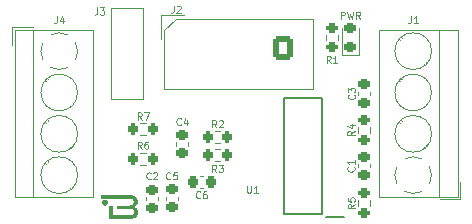
<source format=gto>
G04 #@! TF.GenerationSoftware,KiCad,Pcbnew,8.0.0*
G04 #@! TF.CreationDate,2024-05-22T11:22:58+03:00*
G04 #@! TF.ProjectId,B-NAU7802-BRK-01MBR-R01,422d4e41-5537-4383-9032-2d42524b2d30,rev?*
G04 #@! TF.SameCoordinates,Original*
G04 #@! TF.FileFunction,Legend,Top*
G04 #@! TF.FilePolarity,Positive*
%FSLAX46Y46*%
G04 Gerber Fmt 4.6, Leading zero omitted, Abs format (unit mm)*
G04 Created by KiCad (PCBNEW 8.0.0) date 2024-05-22 11:22:58*
%MOMM*%
%LPD*%
G01*
G04 APERTURE LIST*
G04 Aperture macros list*
%AMRoundRect*
0 Rectangle with rounded corners*
0 $1 Rounding radius*
0 $2 $3 $4 $5 $6 $7 $8 $9 X,Y pos of 4 corners*
0 Add a 4 corners polygon primitive as box body*
4,1,4,$2,$3,$4,$5,$6,$7,$8,$9,$2,$3,0*
0 Add four circle primitives for the rounded corners*
1,1,$1+$1,$2,$3*
1,1,$1+$1,$4,$5*
1,1,$1+$1,$6,$7*
1,1,$1+$1,$8,$9*
0 Add four rect primitives between the rounded corners*
20,1,$1+$1,$2,$3,$4,$5,0*
20,1,$1+$1,$4,$5,$6,$7,0*
20,1,$1+$1,$6,$7,$8,$9,0*
20,1,$1+$1,$8,$9,$2,$3,0*%
G04 Aperture macros list end*
%ADD10C,0.000000*%
%ADD11C,0.100000*%
%ADD12C,0.120000*%
%ADD13C,0.200000*%
%ADD14R,2.300000X2.300000*%
%ADD15C,2.300000*%
%ADD16RoundRect,0.225000X0.225000X0.250000X-0.225000X0.250000X-0.225000X-0.250000X0.225000X-0.250000X0*%
%ADD17RoundRect,0.200000X-0.200000X-0.275000X0.200000X-0.275000X0.200000X0.275000X-0.200000X0.275000X0*%
%ADD18RoundRect,0.225000X-0.250000X0.225000X-0.250000X-0.225000X0.250000X-0.225000X0.250000X0.225000X0*%
%ADD19R,1.525000X0.700000*%
%ADD20RoundRect,0.225000X0.250000X-0.225000X0.250000X0.225000X-0.250000X0.225000X-0.250000X-0.225000X0*%
%ADD21RoundRect,0.218750X0.256250X-0.218750X0.256250X0.218750X-0.256250X0.218750X-0.256250X-0.218750X0*%
%ADD22RoundRect,0.200000X-0.275000X0.200000X-0.275000X-0.200000X0.275000X-0.200000X0.275000X0.200000X0*%
%ADD23RoundRect,0.200000X0.275000X-0.200000X0.275000X0.200000X-0.275000X0.200000X-0.275000X-0.200000X0*%
%ADD24C,1.700000*%
%ADD25O,1.700000X1.700000*%
%ADD26O,1.700000X1.950000*%
%ADD27RoundRect,0.250000X-0.600000X-0.725000X0.600000X-0.725000X0.600000X0.725000X-0.600000X0.725000X0*%
G04 APERTURE END LIST*
D10*
G36*
X166931818Y-80280894D02*
G01*
X166944288Y-80281842D01*
X166956575Y-80283404D01*
X166968667Y-80285563D01*
X166980546Y-80288305D01*
X166992197Y-80291613D01*
X167003606Y-80295473D01*
X167014756Y-80299870D01*
X167025632Y-80304787D01*
X167036219Y-80310209D01*
X167046501Y-80316121D01*
X167056463Y-80322508D01*
X167066090Y-80329353D01*
X167075365Y-80336642D01*
X167084274Y-80344360D01*
X167092801Y-80352489D01*
X167100931Y-80361017D01*
X167108649Y-80369926D01*
X167115938Y-80379201D01*
X167122783Y-80388828D01*
X167129170Y-80398790D01*
X167135082Y-80409072D01*
X167140504Y-80419659D01*
X167145421Y-80430535D01*
X167149818Y-80441685D01*
X167153678Y-80453094D01*
X167156986Y-80464745D01*
X167159728Y-80476624D01*
X167161887Y-80488716D01*
X167163449Y-80501003D01*
X167164397Y-80513473D01*
X167164716Y-80526108D01*
X167164397Y-80538743D01*
X167163449Y-80551212D01*
X167161887Y-80563500D01*
X167159728Y-80575591D01*
X167156986Y-80587470D01*
X167153678Y-80599122D01*
X167149818Y-80610530D01*
X167145421Y-80621680D01*
X167140504Y-80632557D01*
X167135082Y-80643144D01*
X167129170Y-80653426D01*
X167122783Y-80663388D01*
X167115938Y-80673014D01*
X167108649Y-80682290D01*
X167100931Y-80691199D01*
X167092801Y-80699726D01*
X167084274Y-80707856D01*
X167075365Y-80715573D01*
X167066090Y-80722862D01*
X167056463Y-80729708D01*
X167046501Y-80736094D01*
X167036219Y-80742007D01*
X167025632Y-80747429D01*
X167014756Y-80752346D01*
X167003606Y-80756742D01*
X166992197Y-80760602D01*
X166980546Y-80763911D01*
X166968667Y-80766653D01*
X166956575Y-80768812D01*
X166944288Y-80770373D01*
X166931818Y-80771322D01*
X166919183Y-80771641D01*
X166906548Y-80771322D01*
X166894079Y-80770373D01*
X166881791Y-80768812D01*
X166869700Y-80766653D01*
X166857821Y-80763911D01*
X166846169Y-80760602D01*
X166834761Y-80756742D01*
X166823611Y-80752346D01*
X166812734Y-80747429D01*
X166802147Y-80742007D01*
X166791865Y-80736094D01*
X166781903Y-80729708D01*
X166772277Y-80722862D01*
X166763001Y-80715573D01*
X166754092Y-80707856D01*
X166745565Y-80699726D01*
X166737435Y-80691199D01*
X166729718Y-80682290D01*
X166722429Y-80673014D01*
X166715583Y-80663388D01*
X166709197Y-80653426D01*
X166703284Y-80643144D01*
X166697862Y-80632557D01*
X166692945Y-80621680D01*
X166688549Y-80610530D01*
X166684689Y-80599122D01*
X166681380Y-80587470D01*
X166678638Y-80575591D01*
X166676479Y-80563500D01*
X166674918Y-80551212D01*
X166673969Y-80538743D01*
X166673650Y-80526108D01*
X166673969Y-80513473D01*
X166674918Y-80501003D01*
X166676479Y-80488716D01*
X166678638Y-80476624D01*
X166681380Y-80464745D01*
X166684689Y-80453094D01*
X166688549Y-80441685D01*
X166692945Y-80430535D01*
X166697862Y-80419659D01*
X166703284Y-80409072D01*
X166709197Y-80398790D01*
X166715583Y-80388828D01*
X166722429Y-80379201D01*
X166729718Y-80369926D01*
X166737435Y-80361017D01*
X166745565Y-80352489D01*
X166754092Y-80344360D01*
X166763001Y-80336642D01*
X166772277Y-80329353D01*
X166781903Y-80322508D01*
X166791865Y-80316121D01*
X166802147Y-80310209D01*
X166812734Y-80304787D01*
X166823611Y-80299870D01*
X166834761Y-80295473D01*
X166846169Y-80291613D01*
X166857821Y-80288305D01*
X166869700Y-80285563D01*
X166881791Y-80283404D01*
X166894079Y-80281842D01*
X166906548Y-80280894D01*
X166919183Y-80280574D01*
X166931818Y-80280894D01*
G37*
G36*
X169107227Y-79894843D02*
G01*
X169178801Y-79899819D01*
X169246224Y-79908335D01*
X169309379Y-79920576D01*
X169368150Y-79936723D01*
X169395855Y-79946319D01*
X169422420Y-79956960D01*
X169447831Y-79968670D01*
X169472074Y-79981470D01*
X169495133Y-79995384D01*
X169516994Y-80010435D01*
X169537643Y-80026646D01*
X169557066Y-80044039D01*
X169575246Y-80062637D01*
X169592171Y-80082464D01*
X169607826Y-80103541D01*
X169622195Y-80125893D01*
X169635265Y-80149542D01*
X169647020Y-80174510D01*
X169657448Y-80200821D01*
X169666532Y-80228497D01*
X169674258Y-80257561D01*
X169680612Y-80288037D01*
X169685580Y-80319946D01*
X169689146Y-80353313D01*
X169691296Y-80388159D01*
X169692016Y-80424508D01*
X169691601Y-80448272D01*
X169690369Y-80471348D01*
X169688341Y-80493744D01*
X169685536Y-80515465D01*
X169681976Y-80536518D01*
X169677680Y-80556911D01*
X169672669Y-80576651D01*
X169666963Y-80595743D01*
X169660584Y-80614195D01*
X169653550Y-80632013D01*
X169645882Y-80649205D01*
X169637601Y-80665777D01*
X169628727Y-80681736D01*
X169619280Y-80697088D01*
X169598751Y-80726001D01*
X169576174Y-80752569D01*
X169551715Y-80776848D01*
X169525534Y-80798892D01*
X169497796Y-80818754D01*
X169468662Y-80836489D01*
X169438295Y-80852151D01*
X169406859Y-80865795D01*
X169374516Y-80877475D01*
X169391945Y-80881472D01*
X169409095Y-80886121D01*
X169425948Y-80891424D01*
X169442487Y-80897383D01*
X169458694Y-80903997D01*
X169474550Y-80911270D01*
X169490037Y-80919202D01*
X169505138Y-80927795D01*
X169519834Y-80937050D01*
X169534107Y-80946968D01*
X169547940Y-80957551D01*
X169561314Y-80968799D01*
X169574211Y-80980716D01*
X169586614Y-80993300D01*
X169598504Y-81006556D01*
X169609863Y-81020482D01*
X169620673Y-81035081D01*
X169630917Y-81050355D01*
X169640575Y-81066304D01*
X169649631Y-81082930D01*
X169658066Y-81100234D01*
X169665862Y-81118218D01*
X169673001Y-81136883D01*
X169679465Y-81156230D01*
X169685236Y-81176261D01*
X169690296Y-81196976D01*
X169694627Y-81218379D01*
X169698211Y-81240469D01*
X169701030Y-81263248D01*
X169703066Y-81286717D01*
X169704300Y-81310879D01*
X169704716Y-81335733D01*
X169704022Y-81370418D01*
X169701945Y-81403836D01*
X169698490Y-81435999D01*
X169693661Y-81466917D01*
X169687466Y-81496601D01*
X169679908Y-81525061D01*
X169670994Y-81552309D01*
X169660729Y-81578356D01*
X169649118Y-81603212D01*
X169636167Y-81626889D01*
X169621881Y-81649396D01*
X169606266Y-81670745D01*
X169589327Y-81690947D01*
X169571069Y-81710013D01*
X169551499Y-81727954D01*
X169530620Y-81744779D01*
X169508440Y-81760501D01*
X169484962Y-81775130D01*
X169460193Y-81788676D01*
X169434138Y-81801152D01*
X169406803Y-81812567D01*
X169378192Y-81822932D01*
X169348312Y-81832259D01*
X169317168Y-81840558D01*
X169284764Y-81847840D01*
X169251108Y-81854116D01*
X169216203Y-81859397D01*
X169180056Y-81863693D01*
X169104055Y-81869375D01*
X169023149Y-81871250D01*
X167261025Y-81871250D01*
X167262083Y-81871249D01*
X167262083Y-80760000D01*
X167606041Y-80760000D01*
X167606041Y-81600316D01*
X169009392Y-81600316D01*
X169051592Y-81599266D01*
X169091262Y-81596085D01*
X169128373Y-81590723D01*
X169162899Y-81583135D01*
X169179186Y-81578490D01*
X169194816Y-81573270D01*
X169209786Y-81567469D01*
X169224095Y-81561081D01*
X169237737Y-81554100D01*
X169250710Y-81546521D01*
X169263011Y-81538336D01*
X169274636Y-81529540D01*
X169285582Y-81520127D01*
X169295846Y-81510091D01*
X169305424Y-81499426D01*
X169314313Y-81488127D01*
X169322510Y-81476186D01*
X169330012Y-81463598D01*
X169336815Y-81450356D01*
X169342915Y-81436456D01*
X169348311Y-81421891D01*
X169352997Y-81406655D01*
X169356972Y-81390741D01*
X169360231Y-81374145D01*
X169362772Y-81356859D01*
X169364591Y-81338879D01*
X169365685Y-81320197D01*
X169366050Y-81300808D01*
X169365737Y-81281480D01*
X169364798Y-81262975D01*
X169363232Y-81245280D01*
X169361041Y-81228380D01*
X169358225Y-81212263D01*
X169354783Y-81196914D01*
X169350716Y-81182320D01*
X169346024Y-81168467D01*
X169340708Y-81155340D01*
X169334766Y-81142928D01*
X169328201Y-81131214D01*
X169321011Y-81120187D01*
X169313197Y-81109831D01*
X169304759Y-81100134D01*
X169295698Y-81091081D01*
X169286013Y-81082659D01*
X169275706Y-81074854D01*
X169264775Y-81067652D01*
X169253221Y-81061040D01*
X169241045Y-81055004D01*
X169228246Y-81049529D01*
X169214825Y-81044603D01*
X169200782Y-81040211D01*
X169186117Y-81036340D01*
X169170830Y-81032976D01*
X169154922Y-81030105D01*
X169121242Y-81025788D01*
X169085079Y-81023278D01*
X169046433Y-81022466D01*
X167950000Y-81022466D01*
X167950000Y-80760000D01*
X168980816Y-80760000D01*
X169021764Y-80758923D01*
X169060801Y-80755653D01*
X169097825Y-80750128D01*
X169132737Y-80742289D01*
X169149368Y-80737483D01*
X169165434Y-80732075D01*
X169180921Y-80726058D01*
X169195817Y-80719425D01*
X169210109Y-80712168D01*
X169223785Y-80704280D01*
X169236831Y-80695752D01*
X169249236Y-80686578D01*
X169260987Y-80676749D01*
X169272071Y-80666259D01*
X169282475Y-80655099D01*
X169292187Y-80643262D01*
X169301195Y-80630741D01*
X169309486Y-80617528D01*
X169317047Y-80603616D01*
X169323865Y-80588996D01*
X169329929Y-80573662D01*
X169335224Y-80557605D01*
X169339740Y-80540818D01*
X169343463Y-80523295D01*
X169346380Y-80505026D01*
X169348480Y-80486005D01*
X169349749Y-80466223D01*
X169350175Y-80445675D01*
X169349831Y-80427935D01*
X169348803Y-80410830D01*
X169347095Y-80394355D01*
X169344711Y-80378504D01*
X169341655Y-80363273D01*
X169337931Y-80348657D01*
X169333543Y-80334653D01*
X169328495Y-80321254D01*
X169322792Y-80308457D01*
X169316436Y-80296257D01*
X169309433Y-80284650D01*
X169301787Y-80273629D01*
X169293501Y-80263192D01*
X169284579Y-80253333D01*
X169275027Y-80244047D01*
X169264847Y-80235331D01*
X169254043Y-80227179D01*
X169242621Y-80219586D01*
X169230583Y-80212549D01*
X169217935Y-80206061D01*
X169204679Y-80200120D01*
X169190821Y-80194719D01*
X169176364Y-80189855D01*
X169161312Y-80185523D01*
X169145669Y-80181718D01*
X169129440Y-80178435D01*
X169112628Y-80175670D01*
X169095238Y-80173418D01*
X169058739Y-80170436D01*
X169019975Y-80169450D01*
X166575225Y-80169450D01*
X166575225Y-79893225D01*
X169031617Y-79893225D01*
X169107227Y-79894843D01*
G37*
D11*
X186878646Y-64941371D02*
X186878646Y-64341371D01*
X186878646Y-64341371D02*
X187107217Y-64341371D01*
X187107217Y-64341371D02*
X187164360Y-64369942D01*
X187164360Y-64369942D02*
X187192931Y-64398514D01*
X187192931Y-64398514D02*
X187221503Y-64455657D01*
X187221503Y-64455657D02*
X187221503Y-64541371D01*
X187221503Y-64541371D02*
X187192931Y-64598514D01*
X187192931Y-64598514D02*
X187164360Y-64627085D01*
X187164360Y-64627085D02*
X187107217Y-64655657D01*
X187107217Y-64655657D02*
X186878646Y-64655657D01*
X187421503Y-64341371D02*
X187564360Y-64941371D01*
X187564360Y-64941371D02*
X187678646Y-64512800D01*
X187678646Y-64512800D02*
X187792931Y-64941371D01*
X187792931Y-64941371D02*
X187935789Y-64341371D01*
X188507217Y-64941371D02*
X188307217Y-64655657D01*
X188164360Y-64941371D02*
X188164360Y-64341371D01*
X188164360Y-64341371D02*
X188392931Y-64341371D01*
X188392931Y-64341371D02*
X188450074Y-64369942D01*
X188450074Y-64369942D02*
X188478645Y-64398514D01*
X188478645Y-64398514D02*
X188507217Y-64455657D01*
X188507217Y-64455657D02*
X188507217Y-64541371D01*
X188507217Y-64541371D02*
X188478645Y-64598514D01*
X188478645Y-64598514D02*
X188450074Y-64627085D01*
X188450074Y-64627085D02*
X188392931Y-64655657D01*
X188392931Y-64655657D02*
X188164360Y-64655657D01*
X162839999Y-64712371D02*
X162839999Y-65140942D01*
X162839999Y-65140942D02*
X162811428Y-65226657D01*
X162811428Y-65226657D02*
X162754285Y-65283800D01*
X162754285Y-65283800D02*
X162668571Y-65312371D01*
X162668571Y-65312371D02*
X162611428Y-65312371D01*
X163382857Y-64912371D02*
X163382857Y-65312371D01*
X163239999Y-64683800D02*
X163097142Y-65112371D01*
X163097142Y-65112371D02*
X163468571Y-65112371D01*
X174990000Y-80085228D02*
X174961428Y-80113800D01*
X174961428Y-80113800D02*
X174875714Y-80142371D01*
X174875714Y-80142371D02*
X174818571Y-80142371D01*
X174818571Y-80142371D02*
X174732857Y-80113800D01*
X174732857Y-80113800D02*
X174675714Y-80056657D01*
X174675714Y-80056657D02*
X174647143Y-79999514D01*
X174647143Y-79999514D02*
X174618571Y-79885228D01*
X174618571Y-79885228D02*
X174618571Y-79799514D01*
X174618571Y-79799514D02*
X174647143Y-79685228D01*
X174647143Y-79685228D02*
X174675714Y-79628085D01*
X174675714Y-79628085D02*
X174732857Y-79570942D01*
X174732857Y-79570942D02*
X174818571Y-79542371D01*
X174818571Y-79542371D02*
X174875714Y-79542371D01*
X174875714Y-79542371D02*
X174961428Y-79570942D01*
X174961428Y-79570942D02*
X174990000Y-79599514D01*
X175504286Y-79542371D02*
X175390000Y-79542371D01*
X175390000Y-79542371D02*
X175332857Y-79570942D01*
X175332857Y-79570942D02*
X175304286Y-79599514D01*
X175304286Y-79599514D02*
X175247143Y-79685228D01*
X175247143Y-79685228D02*
X175218571Y-79799514D01*
X175218571Y-79799514D02*
X175218571Y-80028085D01*
X175218571Y-80028085D02*
X175247143Y-80085228D01*
X175247143Y-80085228D02*
X175275714Y-80113800D01*
X175275714Y-80113800D02*
X175332857Y-80142371D01*
X175332857Y-80142371D02*
X175447143Y-80142371D01*
X175447143Y-80142371D02*
X175504286Y-80113800D01*
X175504286Y-80113800D02*
X175532857Y-80085228D01*
X175532857Y-80085228D02*
X175561428Y-80028085D01*
X175561428Y-80028085D02*
X175561428Y-79885228D01*
X175561428Y-79885228D02*
X175532857Y-79828085D01*
X175532857Y-79828085D02*
X175504286Y-79799514D01*
X175504286Y-79799514D02*
X175447143Y-79770942D01*
X175447143Y-79770942D02*
X175332857Y-79770942D01*
X175332857Y-79770942D02*
X175275714Y-79799514D01*
X175275714Y-79799514D02*
X175247143Y-79828085D01*
X175247143Y-79828085D02*
X175218571Y-79885228D01*
X176330001Y-74142370D02*
X176130001Y-73856656D01*
X175987144Y-74142370D02*
X175987144Y-73542370D01*
X175987144Y-73542370D02*
X176215715Y-73542370D01*
X176215715Y-73542370D02*
X176272858Y-73570941D01*
X176272858Y-73570941D02*
X176301429Y-73599513D01*
X176301429Y-73599513D02*
X176330001Y-73656656D01*
X176330001Y-73656656D02*
X176330001Y-73742370D01*
X176330001Y-73742370D02*
X176301429Y-73799513D01*
X176301429Y-73799513D02*
X176272858Y-73828084D01*
X176272858Y-73828084D02*
X176215715Y-73856656D01*
X176215715Y-73856656D02*
X175987144Y-73856656D01*
X176558572Y-73599513D02*
X176587144Y-73570941D01*
X176587144Y-73570941D02*
X176644287Y-73542370D01*
X176644287Y-73542370D02*
X176787144Y-73542370D01*
X176787144Y-73542370D02*
X176844287Y-73570941D01*
X176844287Y-73570941D02*
X176872858Y-73599513D01*
X176872858Y-73599513D02*
X176901429Y-73656656D01*
X176901429Y-73656656D02*
X176901429Y-73713799D01*
X176901429Y-73713799D02*
X176872858Y-73799513D01*
X176872858Y-73799513D02*
X176530001Y-74142370D01*
X176530001Y-74142370D02*
X176901429Y-74142370D01*
X170790000Y-78495228D02*
X170761428Y-78523800D01*
X170761428Y-78523800D02*
X170675714Y-78552371D01*
X170675714Y-78552371D02*
X170618571Y-78552371D01*
X170618571Y-78552371D02*
X170532857Y-78523800D01*
X170532857Y-78523800D02*
X170475714Y-78466657D01*
X170475714Y-78466657D02*
X170447143Y-78409514D01*
X170447143Y-78409514D02*
X170418571Y-78295228D01*
X170418571Y-78295228D02*
X170418571Y-78209514D01*
X170418571Y-78209514D02*
X170447143Y-78095228D01*
X170447143Y-78095228D02*
X170475714Y-78038085D01*
X170475714Y-78038085D02*
X170532857Y-77980942D01*
X170532857Y-77980942D02*
X170618571Y-77952371D01*
X170618571Y-77952371D02*
X170675714Y-77952371D01*
X170675714Y-77952371D02*
X170761428Y-77980942D01*
X170761428Y-77980942D02*
X170790000Y-78009514D01*
X171018571Y-78009514D02*
X171047143Y-77980942D01*
X171047143Y-77980942D02*
X171104286Y-77952371D01*
X171104286Y-77952371D02*
X171247143Y-77952371D01*
X171247143Y-77952371D02*
X171304286Y-77980942D01*
X171304286Y-77980942D02*
X171332857Y-78009514D01*
X171332857Y-78009514D02*
X171361428Y-78066657D01*
X171361428Y-78066657D02*
X171361428Y-78123800D01*
X171361428Y-78123800D02*
X171332857Y-78209514D01*
X171332857Y-78209514D02*
X170990000Y-78552371D01*
X170990000Y-78552371D02*
X171361428Y-78552371D01*
X178932857Y-79082371D02*
X178932857Y-79568085D01*
X178932857Y-79568085D02*
X178961428Y-79625228D01*
X178961428Y-79625228D02*
X178990000Y-79653800D01*
X178990000Y-79653800D02*
X179047142Y-79682371D01*
X179047142Y-79682371D02*
X179161428Y-79682371D01*
X179161428Y-79682371D02*
X179218571Y-79653800D01*
X179218571Y-79653800D02*
X179247142Y-79625228D01*
X179247142Y-79625228D02*
X179275714Y-79568085D01*
X179275714Y-79568085D02*
X179275714Y-79082371D01*
X179875713Y-79682371D02*
X179532856Y-79682371D01*
X179704285Y-79682371D02*
X179704285Y-79082371D01*
X179704285Y-79082371D02*
X179647142Y-79168085D01*
X179647142Y-79168085D02*
X179589999Y-79225228D01*
X179589999Y-79225228D02*
X179532856Y-79253800D01*
X170020000Y-73482371D02*
X169820000Y-73196657D01*
X169677143Y-73482371D02*
X169677143Y-72882371D01*
X169677143Y-72882371D02*
X169905714Y-72882371D01*
X169905714Y-72882371D02*
X169962857Y-72910942D01*
X169962857Y-72910942D02*
X169991428Y-72939514D01*
X169991428Y-72939514D02*
X170020000Y-72996657D01*
X170020000Y-72996657D02*
X170020000Y-73082371D01*
X170020000Y-73082371D02*
X169991428Y-73139514D01*
X169991428Y-73139514D02*
X169962857Y-73168085D01*
X169962857Y-73168085D02*
X169905714Y-73196657D01*
X169905714Y-73196657D02*
X169677143Y-73196657D01*
X170220000Y-72882371D02*
X170620000Y-72882371D01*
X170620000Y-72882371D02*
X170362857Y-73482371D01*
X188025228Y-71369999D02*
X188053800Y-71398571D01*
X188053800Y-71398571D02*
X188082371Y-71484285D01*
X188082371Y-71484285D02*
X188082371Y-71541428D01*
X188082371Y-71541428D02*
X188053800Y-71627142D01*
X188053800Y-71627142D02*
X187996657Y-71684285D01*
X187996657Y-71684285D02*
X187939514Y-71712856D01*
X187939514Y-71712856D02*
X187825228Y-71741428D01*
X187825228Y-71741428D02*
X187739514Y-71741428D01*
X187739514Y-71741428D02*
X187625228Y-71712856D01*
X187625228Y-71712856D02*
X187568085Y-71684285D01*
X187568085Y-71684285D02*
X187510942Y-71627142D01*
X187510942Y-71627142D02*
X187482371Y-71541428D01*
X187482371Y-71541428D02*
X187482371Y-71484285D01*
X187482371Y-71484285D02*
X187510942Y-71398571D01*
X187510942Y-71398571D02*
X187539514Y-71369999D01*
X187482371Y-71169999D02*
X187482371Y-70798571D01*
X187482371Y-70798571D02*
X187710942Y-70998571D01*
X187710942Y-70998571D02*
X187710942Y-70912856D01*
X187710942Y-70912856D02*
X187739514Y-70855714D01*
X187739514Y-70855714D02*
X187768085Y-70827142D01*
X187768085Y-70827142D02*
X187825228Y-70798571D01*
X187825228Y-70798571D02*
X187968085Y-70798571D01*
X187968085Y-70798571D02*
X188025228Y-70827142D01*
X188025228Y-70827142D02*
X188053800Y-70855714D01*
X188053800Y-70855714D02*
X188082371Y-70912856D01*
X188082371Y-70912856D02*
X188082371Y-71084285D01*
X188082371Y-71084285D02*
X188053800Y-71141428D01*
X188053800Y-71141428D02*
X188025228Y-71169999D01*
X192819999Y-64692371D02*
X192819999Y-65120942D01*
X192819999Y-65120942D02*
X192791428Y-65206657D01*
X192791428Y-65206657D02*
X192734285Y-65263800D01*
X192734285Y-65263800D02*
X192648571Y-65292371D01*
X192648571Y-65292371D02*
X192591428Y-65292371D01*
X193419999Y-65292371D02*
X193077142Y-65292371D01*
X193248571Y-65292371D02*
X193248571Y-64692371D01*
X193248571Y-64692371D02*
X193191428Y-64778085D01*
X193191428Y-64778085D02*
X193134285Y-64835228D01*
X193134285Y-64835228D02*
X193077142Y-64863800D01*
X186020000Y-68702371D02*
X185820000Y-68416657D01*
X185677143Y-68702371D02*
X185677143Y-68102371D01*
X185677143Y-68102371D02*
X185905714Y-68102371D01*
X185905714Y-68102371D02*
X185962857Y-68130942D01*
X185962857Y-68130942D02*
X185991428Y-68159514D01*
X185991428Y-68159514D02*
X186020000Y-68216657D01*
X186020000Y-68216657D02*
X186020000Y-68302371D01*
X186020000Y-68302371D02*
X185991428Y-68359514D01*
X185991428Y-68359514D02*
X185962857Y-68388085D01*
X185962857Y-68388085D02*
X185905714Y-68416657D01*
X185905714Y-68416657D02*
X185677143Y-68416657D01*
X186591428Y-68702371D02*
X186248571Y-68702371D01*
X186420000Y-68702371D02*
X186420000Y-68102371D01*
X186420000Y-68102371D02*
X186362857Y-68188085D01*
X186362857Y-68188085D02*
X186305714Y-68245228D01*
X186305714Y-68245228D02*
X186248571Y-68273800D01*
X187985228Y-77509999D02*
X188013800Y-77538571D01*
X188013800Y-77538571D02*
X188042371Y-77624285D01*
X188042371Y-77624285D02*
X188042371Y-77681428D01*
X188042371Y-77681428D02*
X188013800Y-77767142D01*
X188013800Y-77767142D02*
X187956657Y-77824285D01*
X187956657Y-77824285D02*
X187899514Y-77852856D01*
X187899514Y-77852856D02*
X187785228Y-77881428D01*
X187785228Y-77881428D02*
X187699514Y-77881428D01*
X187699514Y-77881428D02*
X187585228Y-77852856D01*
X187585228Y-77852856D02*
X187528085Y-77824285D01*
X187528085Y-77824285D02*
X187470942Y-77767142D01*
X187470942Y-77767142D02*
X187442371Y-77681428D01*
X187442371Y-77681428D02*
X187442371Y-77624285D01*
X187442371Y-77624285D02*
X187470942Y-77538571D01*
X187470942Y-77538571D02*
X187499514Y-77509999D01*
X188042371Y-76938571D02*
X188042371Y-77281428D01*
X188042371Y-77109999D02*
X187442371Y-77109999D01*
X187442371Y-77109999D02*
X187528085Y-77167142D01*
X187528085Y-77167142D02*
X187585228Y-77224285D01*
X187585228Y-77224285D02*
X187613800Y-77281428D01*
X188062371Y-80649999D02*
X187776657Y-80849999D01*
X188062371Y-80992856D02*
X187462371Y-80992856D01*
X187462371Y-80992856D02*
X187462371Y-80764285D01*
X187462371Y-80764285D02*
X187490942Y-80707142D01*
X187490942Y-80707142D02*
X187519514Y-80678571D01*
X187519514Y-80678571D02*
X187576657Y-80649999D01*
X187576657Y-80649999D02*
X187662371Y-80649999D01*
X187662371Y-80649999D02*
X187719514Y-80678571D01*
X187719514Y-80678571D02*
X187748085Y-80707142D01*
X187748085Y-80707142D02*
X187776657Y-80764285D01*
X187776657Y-80764285D02*
X187776657Y-80992856D01*
X187462371Y-80107142D02*
X187462371Y-80392856D01*
X187462371Y-80392856D02*
X187748085Y-80421428D01*
X187748085Y-80421428D02*
X187719514Y-80392856D01*
X187719514Y-80392856D02*
X187690942Y-80335714D01*
X187690942Y-80335714D02*
X187690942Y-80192856D01*
X187690942Y-80192856D02*
X187719514Y-80135714D01*
X187719514Y-80135714D02*
X187748085Y-80107142D01*
X187748085Y-80107142D02*
X187805228Y-80078571D01*
X187805228Y-80078571D02*
X187948085Y-80078571D01*
X187948085Y-80078571D02*
X188005228Y-80107142D01*
X188005228Y-80107142D02*
X188033800Y-80135714D01*
X188033800Y-80135714D02*
X188062371Y-80192856D01*
X188062371Y-80192856D02*
X188062371Y-80335714D01*
X188062371Y-80335714D02*
X188033800Y-80392856D01*
X188033800Y-80392856D02*
X188005228Y-80421428D01*
X176330001Y-77932370D02*
X176130001Y-77646656D01*
X175987144Y-77932370D02*
X175987144Y-77332370D01*
X175987144Y-77332370D02*
X176215715Y-77332370D01*
X176215715Y-77332370D02*
X176272858Y-77360941D01*
X176272858Y-77360941D02*
X176301429Y-77389513D01*
X176301429Y-77389513D02*
X176330001Y-77446656D01*
X176330001Y-77446656D02*
X176330001Y-77532370D01*
X176330001Y-77532370D02*
X176301429Y-77589513D01*
X176301429Y-77589513D02*
X176272858Y-77618084D01*
X176272858Y-77618084D02*
X176215715Y-77646656D01*
X176215715Y-77646656D02*
X175987144Y-77646656D01*
X176530001Y-77332370D02*
X176901429Y-77332370D01*
X176901429Y-77332370D02*
X176701429Y-77560941D01*
X176701429Y-77560941D02*
X176787144Y-77560941D01*
X176787144Y-77560941D02*
X176844287Y-77589513D01*
X176844287Y-77589513D02*
X176872858Y-77618084D01*
X176872858Y-77618084D02*
X176901429Y-77675227D01*
X176901429Y-77675227D02*
X176901429Y-77818084D01*
X176901429Y-77818084D02*
X176872858Y-77875227D01*
X176872858Y-77875227D02*
X176844287Y-77903799D01*
X176844287Y-77903799D02*
X176787144Y-77932370D01*
X176787144Y-77932370D02*
X176615715Y-77932370D01*
X176615715Y-77932370D02*
X176558572Y-77903799D01*
X176558572Y-77903799D02*
X176530001Y-77875227D01*
X172460000Y-78495228D02*
X172431428Y-78523800D01*
X172431428Y-78523800D02*
X172345714Y-78552371D01*
X172345714Y-78552371D02*
X172288571Y-78552371D01*
X172288571Y-78552371D02*
X172202857Y-78523800D01*
X172202857Y-78523800D02*
X172145714Y-78466657D01*
X172145714Y-78466657D02*
X172117143Y-78409514D01*
X172117143Y-78409514D02*
X172088571Y-78295228D01*
X172088571Y-78295228D02*
X172088571Y-78209514D01*
X172088571Y-78209514D02*
X172117143Y-78095228D01*
X172117143Y-78095228D02*
X172145714Y-78038085D01*
X172145714Y-78038085D02*
X172202857Y-77980942D01*
X172202857Y-77980942D02*
X172288571Y-77952371D01*
X172288571Y-77952371D02*
X172345714Y-77952371D01*
X172345714Y-77952371D02*
X172431428Y-77980942D01*
X172431428Y-77980942D02*
X172460000Y-78009514D01*
X173002857Y-77952371D02*
X172717143Y-77952371D01*
X172717143Y-77952371D02*
X172688571Y-78238085D01*
X172688571Y-78238085D02*
X172717143Y-78209514D01*
X172717143Y-78209514D02*
X172774286Y-78180942D01*
X172774286Y-78180942D02*
X172917143Y-78180942D01*
X172917143Y-78180942D02*
X172974286Y-78209514D01*
X172974286Y-78209514D02*
X173002857Y-78238085D01*
X173002857Y-78238085D02*
X173031428Y-78295228D01*
X173031428Y-78295228D02*
X173031428Y-78438085D01*
X173031428Y-78438085D02*
X173002857Y-78495228D01*
X173002857Y-78495228D02*
X172974286Y-78523800D01*
X172974286Y-78523800D02*
X172917143Y-78552371D01*
X172917143Y-78552371D02*
X172774286Y-78552371D01*
X172774286Y-78552371D02*
X172717143Y-78523800D01*
X172717143Y-78523800D02*
X172688571Y-78495228D01*
X166259999Y-63992371D02*
X166259999Y-64420942D01*
X166259999Y-64420942D02*
X166231428Y-64506657D01*
X166231428Y-64506657D02*
X166174285Y-64563800D01*
X166174285Y-64563800D02*
X166088571Y-64592371D01*
X166088571Y-64592371D02*
X166031428Y-64592371D01*
X166488571Y-63992371D02*
X166859999Y-63992371D01*
X166859999Y-63992371D02*
X166659999Y-64220942D01*
X166659999Y-64220942D02*
X166745714Y-64220942D01*
X166745714Y-64220942D02*
X166802857Y-64249514D01*
X166802857Y-64249514D02*
X166831428Y-64278085D01*
X166831428Y-64278085D02*
X166859999Y-64335228D01*
X166859999Y-64335228D02*
X166859999Y-64478085D01*
X166859999Y-64478085D02*
X166831428Y-64535228D01*
X166831428Y-64535228D02*
X166802857Y-64563800D01*
X166802857Y-64563800D02*
X166745714Y-64592371D01*
X166745714Y-64592371D02*
X166574285Y-64592371D01*
X166574285Y-64592371D02*
X166517142Y-64563800D01*
X166517142Y-64563800D02*
X166488571Y-64535228D01*
X172729999Y-63837371D02*
X172729999Y-64265942D01*
X172729999Y-64265942D02*
X172701428Y-64351657D01*
X172701428Y-64351657D02*
X172644285Y-64408800D01*
X172644285Y-64408800D02*
X172558571Y-64437371D01*
X172558571Y-64437371D02*
X172501428Y-64437371D01*
X172987142Y-63894514D02*
X173015714Y-63865942D01*
X173015714Y-63865942D02*
X173072857Y-63837371D01*
X173072857Y-63837371D02*
X173215714Y-63837371D01*
X173215714Y-63837371D02*
X173272857Y-63865942D01*
X173272857Y-63865942D02*
X173301428Y-63894514D01*
X173301428Y-63894514D02*
X173329999Y-63951657D01*
X173329999Y-63951657D02*
X173329999Y-64008800D01*
X173329999Y-64008800D02*
X173301428Y-64094514D01*
X173301428Y-64094514D02*
X172958571Y-64437371D01*
X172958571Y-64437371D02*
X173329999Y-64437371D01*
X188042371Y-74439999D02*
X187756657Y-74639999D01*
X188042371Y-74782856D02*
X187442371Y-74782856D01*
X187442371Y-74782856D02*
X187442371Y-74554285D01*
X187442371Y-74554285D02*
X187470942Y-74497142D01*
X187470942Y-74497142D02*
X187499514Y-74468571D01*
X187499514Y-74468571D02*
X187556657Y-74439999D01*
X187556657Y-74439999D02*
X187642371Y-74439999D01*
X187642371Y-74439999D02*
X187699514Y-74468571D01*
X187699514Y-74468571D02*
X187728085Y-74497142D01*
X187728085Y-74497142D02*
X187756657Y-74554285D01*
X187756657Y-74554285D02*
X187756657Y-74782856D01*
X187642371Y-73925714D02*
X188042371Y-73925714D01*
X187413800Y-74068571D02*
X187842371Y-74211428D01*
X187842371Y-74211428D02*
X187842371Y-73839999D01*
X170015000Y-75952371D02*
X169815000Y-75666657D01*
X169672143Y-75952371D02*
X169672143Y-75352371D01*
X169672143Y-75352371D02*
X169900714Y-75352371D01*
X169900714Y-75352371D02*
X169957857Y-75380942D01*
X169957857Y-75380942D02*
X169986428Y-75409514D01*
X169986428Y-75409514D02*
X170015000Y-75466657D01*
X170015000Y-75466657D02*
X170015000Y-75552371D01*
X170015000Y-75552371D02*
X169986428Y-75609514D01*
X169986428Y-75609514D02*
X169957857Y-75638085D01*
X169957857Y-75638085D02*
X169900714Y-75666657D01*
X169900714Y-75666657D02*
X169672143Y-75666657D01*
X170529286Y-75352371D02*
X170415000Y-75352371D01*
X170415000Y-75352371D02*
X170357857Y-75380942D01*
X170357857Y-75380942D02*
X170329286Y-75409514D01*
X170329286Y-75409514D02*
X170272143Y-75495228D01*
X170272143Y-75495228D02*
X170243571Y-75609514D01*
X170243571Y-75609514D02*
X170243571Y-75838085D01*
X170243571Y-75838085D02*
X170272143Y-75895228D01*
X170272143Y-75895228D02*
X170300714Y-75923800D01*
X170300714Y-75923800D02*
X170357857Y-75952371D01*
X170357857Y-75952371D02*
X170472143Y-75952371D01*
X170472143Y-75952371D02*
X170529286Y-75923800D01*
X170529286Y-75923800D02*
X170557857Y-75895228D01*
X170557857Y-75895228D02*
X170586428Y-75838085D01*
X170586428Y-75838085D02*
X170586428Y-75695228D01*
X170586428Y-75695228D02*
X170557857Y-75638085D01*
X170557857Y-75638085D02*
X170529286Y-75609514D01*
X170529286Y-75609514D02*
X170472143Y-75580942D01*
X170472143Y-75580942D02*
X170357857Y-75580942D01*
X170357857Y-75580942D02*
X170300714Y-75609514D01*
X170300714Y-75609514D02*
X170272143Y-75638085D01*
X170272143Y-75638085D02*
X170243571Y-75695228D01*
X173339999Y-73885228D02*
X173311427Y-73913800D01*
X173311427Y-73913800D02*
X173225713Y-73942371D01*
X173225713Y-73942371D02*
X173168570Y-73942371D01*
X173168570Y-73942371D02*
X173082856Y-73913800D01*
X173082856Y-73913800D02*
X173025713Y-73856657D01*
X173025713Y-73856657D02*
X172997142Y-73799514D01*
X172997142Y-73799514D02*
X172968570Y-73685228D01*
X172968570Y-73685228D02*
X172968570Y-73599514D01*
X172968570Y-73599514D02*
X172997142Y-73485228D01*
X172997142Y-73485228D02*
X173025713Y-73428085D01*
X173025713Y-73428085D02*
X173082856Y-73370942D01*
X173082856Y-73370942D02*
X173168570Y-73342371D01*
X173168570Y-73342371D02*
X173225713Y-73342371D01*
X173225713Y-73342371D02*
X173311427Y-73370942D01*
X173311427Y-73370942D02*
X173339999Y-73399514D01*
X173854285Y-73542371D02*
X173854285Y-73942371D01*
X173711427Y-73313800D02*
X173568570Y-73742371D01*
X173568570Y-73742371D02*
X173939999Y-73742371D01*
D12*
X159040000Y-65640000D02*
X159040000Y-67140000D01*
X159280000Y-65880000D02*
X159280000Y-80000000D01*
X160780000Y-65640000D02*
X159040000Y-65640000D01*
X160840000Y-65880000D02*
X160840000Y-80000000D01*
X161915000Y-70255000D02*
X161860000Y-70201000D01*
X161915000Y-73755000D02*
X161860000Y-73701000D01*
X161915000Y-77255000D02*
X161860000Y-77201000D01*
X162126000Y-70087000D02*
X162050000Y-70011000D01*
X162126000Y-73587000D02*
X162050000Y-73511000D01*
X162126000Y-77087000D02*
X162050000Y-77011000D01*
X164030000Y-72370000D02*
X163954000Y-72294000D01*
X164030000Y-75870000D02*
X163954000Y-75794000D01*
X164030000Y-79370000D02*
X163954000Y-79294000D01*
X164220000Y-72180000D02*
X164166000Y-72126000D01*
X164220000Y-75680000D02*
X164166000Y-75626000D01*
X164220000Y-79180000D02*
X164166000Y-79126000D01*
X165900000Y-65880000D02*
X159280000Y-65880000D01*
X165900000Y-65880000D02*
X165900000Y-80000000D01*
X165900000Y-80000000D02*
X159280000Y-80000000D01*
X161484319Y-67716444D02*
G75*
G02*
X161654001Y-66983000I1555676J26445D01*
G01*
X161654486Y-68395955D02*
G75*
G02*
X161485001Y-67690000I1385522J705957D01*
G01*
X162334267Y-66303356D02*
G75*
G02*
X163746999Y-66304001I705733J-1386644D01*
G01*
X163745733Y-69076645D02*
G75*
G02*
X162333000Y-69076000I-705734J1386646D01*
G01*
X164426644Y-66984267D02*
G75*
G02*
X164425999Y-68396999I-1386644J-705733D01*
G01*
X164595000Y-71190000D02*
G75*
G02*
X161485000Y-71190000I-1555000J0D01*
G01*
X161485000Y-71190000D02*
G75*
G02*
X164595000Y-71190000I1555000J0D01*
G01*
X164595000Y-74690000D02*
G75*
G02*
X161485000Y-74690000I-1555000J0D01*
G01*
X161485000Y-74690000D02*
G75*
G02*
X164595000Y-74690000I1555000J0D01*
G01*
X164595000Y-78190000D02*
G75*
G02*
X161485000Y-78190000I-1555000J0D01*
G01*
X161485000Y-78190000D02*
G75*
G02*
X164595000Y-78190000I1555000J0D01*
G01*
X175245580Y-78270000D02*
X174964420Y-78270000D01*
X175245580Y-79290000D02*
X174964420Y-79290000D01*
X176192742Y-74447500D02*
X176667258Y-74447500D01*
X176192742Y-75492500D02*
X176667258Y-75492500D01*
X170390000Y-80039420D02*
X170390000Y-80320580D01*
X171410000Y-80039420D02*
X171410000Y-80320580D01*
D13*
X182098000Y-71615000D02*
X185298000Y-71615000D01*
X182098000Y-81515000D02*
X182098000Y-71615000D01*
X185298000Y-71615000D02*
X185298000Y-81515000D01*
X185298000Y-81515000D02*
X182098000Y-81515000D01*
X187173000Y-81710000D02*
X185648000Y-81710000D01*
D12*
X169882742Y-73777500D02*
X170357258Y-73777500D01*
X169882742Y-74822500D02*
X170357258Y-74822500D01*
X188350000Y-71405580D02*
X188350000Y-71124420D01*
X189370000Y-71405580D02*
X189370000Y-71124420D01*
X186955000Y-65730000D02*
X186955000Y-68015000D01*
X186955000Y-68015000D02*
X188425000Y-68015000D01*
X188425000Y-68015000D02*
X188425000Y-65730000D01*
X190150000Y-65880000D02*
X196770000Y-65880000D01*
X190150000Y-80000000D02*
X190150000Y-65880000D01*
X190150000Y-80000000D02*
X196770000Y-80000000D01*
X191830000Y-66700000D02*
X191884000Y-66754000D01*
X191830000Y-70200000D02*
X191884000Y-70254000D01*
X191830000Y-73700000D02*
X191884000Y-73754000D01*
X192020000Y-66510000D02*
X192096000Y-66586000D01*
X192020000Y-70010000D02*
X192096000Y-70086000D01*
X192020000Y-73510000D02*
X192096000Y-73586000D01*
X193924000Y-68793000D02*
X194000000Y-68869000D01*
X193924000Y-72293000D02*
X194000000Y-72369000D01*
X193924000Y-75793000D02*
X194000000Y-75869000D01*
X194135000Y-68625000D02*
X194190000Y-68679000D01*
X194135000Y-72125000D02*
X194190000Y-72179000D01*
X194135000Y-75625000D02*
X194190000Y-75679000D01*
X195210000Y-80000000D02*
X195210000Y-65880000D01*
X195270000Y-80240000D02*
X197010000Y-80240000D01*
X196770000Y-80000000D02*
X196770000Y-65880000D01*
X197010000Y-80240000D02*
X197010000Y-78740000D01*
X191623356Y-78895733D02*
G75*
G02*
X191624001Y-77483001I1386644J705733D01*
G01*
X192304267Y-76803355D02*
G75*
G02*
X193717000Y-76804000I705734J-1386646D01*
G01*
X193715733Y-79576644D02*
G75*
G02*
X192303001Y-79575999I-705733J1386644D01*
G01*
X194395514Y-77484045D02*
G75*
G02*
X194564999Y-78190000I-1385522J-705957D01*
G01*
X194565681Y-78163556D02*
G75*
G02*
X194395999Y-78897000I-1555676J-26445D01*
G01*
X194565000Y-67690000D02*
G75*
G02*
X191455000Y-67690000I-1555000J0D01*
G01*
X191455000Y-67690000D02*
G75*
G02*
X194565000Y-67690000I1555000J0D01*
G01*
X194565000Y-71190000D02*
G75*
G02*
X191455000Y-71190000I-1555000J0D01*
G01*
X191455000Y-71190000D02*
G75*
G02*
X194565000Y-71190000I1555000J0D01*
G01*
X194565000Y-74690000D02*
G75*
G02*
X191455000Y-74690000I-1555000J0D01*
G01*
X191455000Y-74690000D02*
G75*
G02*
X194565000Y-74690000I1555000J0D01*
G01*
X185597500Y-66312742D02*
X185597500Y-66787258D01*
X186642500Y-66312742D02*
X186642500Y-66787258D01*
X188340000Y-77535580D02*
X188340000Y-77254420D01*
X189360000Y-77535580D02*
X189360000Y-77254420D01*
X188327500Y-80792258D02*
X188327500Y-80317742D01*
X189372500Y-80792258D02*
X189372500Y-80317742D01*
X176192742Y-75977500D02*
X176667258Y-75977500D01*
X176192742Y-77022500D02*
X176667258Y-77022500D01*
X172050000Y-80009420D02*
X172050000Y-80290580D01*
X173070000Y-80009420D02*
X173070000Y-80290580D01*
X167440000Y-71760000D02*
X167440000Y-64020000D01*
X170100000Y-64020000D02*
X167440000Y-64020000D01*
X170100000Y-70430000D02*
X170100000Y-71760000D01*
X170100000Y-70550000D02*
X170100000Y-64020000D01*
X170100000Y-71760000D02*
X167440000Y-71760000D01*
X170100000Y-71760000D02*
X168770000Y-71760000D01*
X171630000Y-64635000D02*
X171630000Y-66635000D01*
X171920000Y-65861000D02*
X171920000Y-70895000D01*
X171920000Y-70895000D02*
X184540000Y-70895000D01*
X172956000Y-64925000D02*
X171920000Y-65861000D01*
X173630000Y-64635000D02*
X171630000Y-64635000D01*
X184540000Y-64925000D02*
X172956000Y-64925000D01*
X184540000Y-70895000D02*
X184540000Y-64925000D01*
X188327500Y-74107742D02*
X188327500Y-74582258D01*
X189372500Y-74107742D02*
X189372500Y-74582258D01*
X169882742Y-76287500D02*
X170357258Y-76287500D01*
X169882742Y-77332500D02*
X170357258Y-77332500D01*
X172930000Y-75680580D02*
X172930000Y-75399420D01*
X173950000Y-75680580D02*
X173950000Y-75399420D01*
%LPC*%
D14*
X163040000Y-67690000D03*
D15*
X163040000Y-71190000D03*
X163040000Y-74690000D03*
X163040000Y-78190000D03*
D16*
X175880000Y-78780000D03*
X174330000Y-78780000D03*
D17*
X175605000Y-74970000D03*
X177255000Y-74970000D03*
D18*
X170900000Y-79405000D03*
X170900000Y-80955000D03*
D19*
X186410000Y-81010000D03*
X186410000Y-79740000D03*
X186410000Y-78470000D03*
X186410000Y-77200000D03*
X186410000Y-75930000D03*
X186410000Y-74660000D03*
X186410000Y-73390000D03*
X186410000Y-72120000D03*
X180986000Y-72120000D03*
X180986000Y-73390000D03*
X180986000Y-74660000D03*
X180986000Y-75930000D03*
X180986000Y-77200000D03*
X180986000Y-78470000D03*
X180986000Y-79740000D03*
X180986000Y-81010000D03*
D17*
X169295000Y-74300000D03*
X170945000Y-74300000D03*
D20*
X188860000Y-72040000D03*
X188860000Y-70490000D03*
D21*
X187690000Y-67317500D03*
X187690000Y-65742500D03*
D14*
X193010000Y-78190000D03*
D15*
X193010000Y-74690000D03*
X193010000Y-71190000D03*
X193010000Y-67690000D03*
D22*
X186120000Y-65725000D03*
X186120000Y-67375000D03*
D20*
X188850000Y-78170000D03*
X188850000Y-76620000D03*
D23*
X188850000Y-81380000D03*
X188850000Y-79730000D03*
D17*
X175605000Y-76500000D03*
X177255000Y-76500000D03*
D18*
X172560000Y-79375000D03*
X172560000Y-80925000D03*
D24*
X168770000Y-70430000D03*
D25*
X168770000Y-67890000D03*
X168770000Y-65350000D03*
D26*
X174480000Y-67385000D03*
X176980000Y-67385000D03*
X179480000Y-67385000D03*
D27*
X181980000Y-67385000D03*
D22*
X188850000Y-73520000D03*
X188850000Y-75170000D03*
D17*
X169295000Y-76810000D03*
X170945000Y-76810000D03*
D20*
X173440000Y-76315000D03*
X173440000Y-74765000D03*
%LPD*%
M02*

</source>
